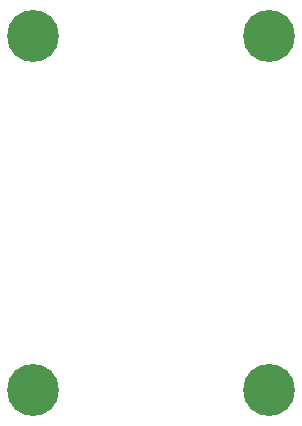
<source format=gbl>
%TF.GenerationSoftware,KiCad,Pcbnew,8.0.8*%
%TF.CreationDate,2025-01-29T17:02:43+00:00*%
%TF.ProjectId,ec30_2x3_l_mh_0.1,65633330-5f32-4783-935f-6c5f6d685f30,v0.1*%
%TF.SameCoordinates,PX8d24d00PY36d6160*%
%TF.FileFunction,Copper,L4,Bot*%
%TF.FilePolarity,Positive*%
%FSLAX46Y46*%
G04 Gerber Fmt 4.6, Leading zero omitted, Abs format (unit mm)*
G04 Created by KiCad (PCBNEW 8.0.8) date 2025-01-29 17:02:43*
%MOMM*%
%LPD*%
G01*
G04 APERTURE LIST*
%TA.AperFunction,ComponentPad*%
%ADD10C,4.400000*%
%TD*%
%TA.AperFunction,FiducialPad,Local*%
%ADD11C,4.400000*%
%TD*%
G04 APERTURE END LIST*
D10*
%TO.P,MH3,MH3,MH3*%
%TO.N,JD_PWR*%
X-10000000Y-15000000D03*
%TD*%
%TO.P,MH4,MH4,MH4*%
%TO.N,GND*%
X10000000Y-15000000D03*
%TD*%
%TO.P,MH2,MH2,MH2*%
%TO.N,GND*%
X10000000Y15000000D03*
%TD*%
D11*
%TO.P,MH1,MH1,MH1*%
%TO.N,JD_DATA*%
X-10000000Y15000000D03*
%TD*%
M02*

</source>
